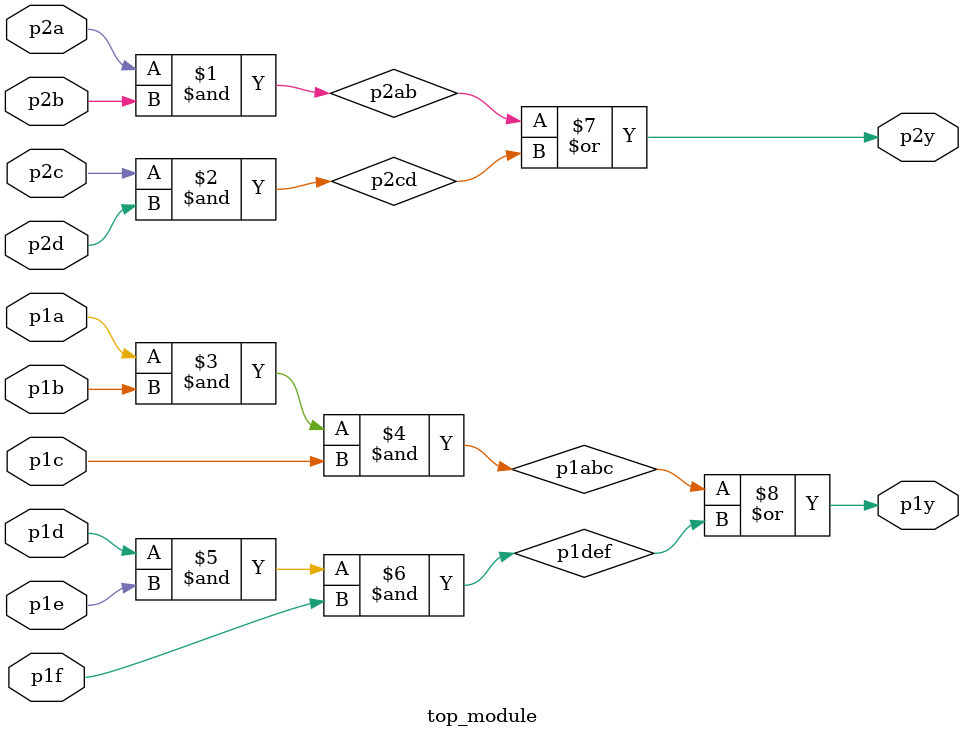
<source format=v>
module top_module ( 
    input p1a, p1b, p1c, p1d, p1e, p1f,
    output p1y,
    input p2a, p2b, p2c, p2d,
    output p2y );

wire p2ab, p2cd, p1abc, p1def;

assign p2ab = p2a&p2b;
assign p2cd = p2c&p2d;
assign p1abc = p1a&p1b&p1c;
assign p1def = p1d&p1e&p1f;

assign p2y = p2ab | p2cd;
assign p1y = p1abc | p1def; 

endmodule

</source>
